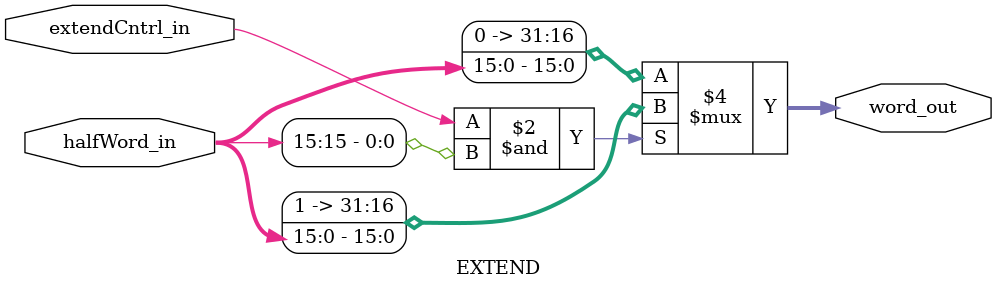
<source format=v>


module EXTEND
  (
   word_out,
   halfWord_in, 
   extendCntrl_in
   );
   
   parameter     ext_delay = 3;	

   output [31:0] word_out;				
   reg [31:0] 	 word_out, temp;
   
   input [15:0]  halfWord_in ;	
   input 	 extendCntrl_in;
   
   always @*
     begin
	#ext_delay;
	if (extendCntrl_in & (halfWord_in[15])) 
	  word_out = {16'hffff, halfWord_in};
	else
	  word_out = {16'b0, halfWord_in};
     end
   
endmodule















</source>
